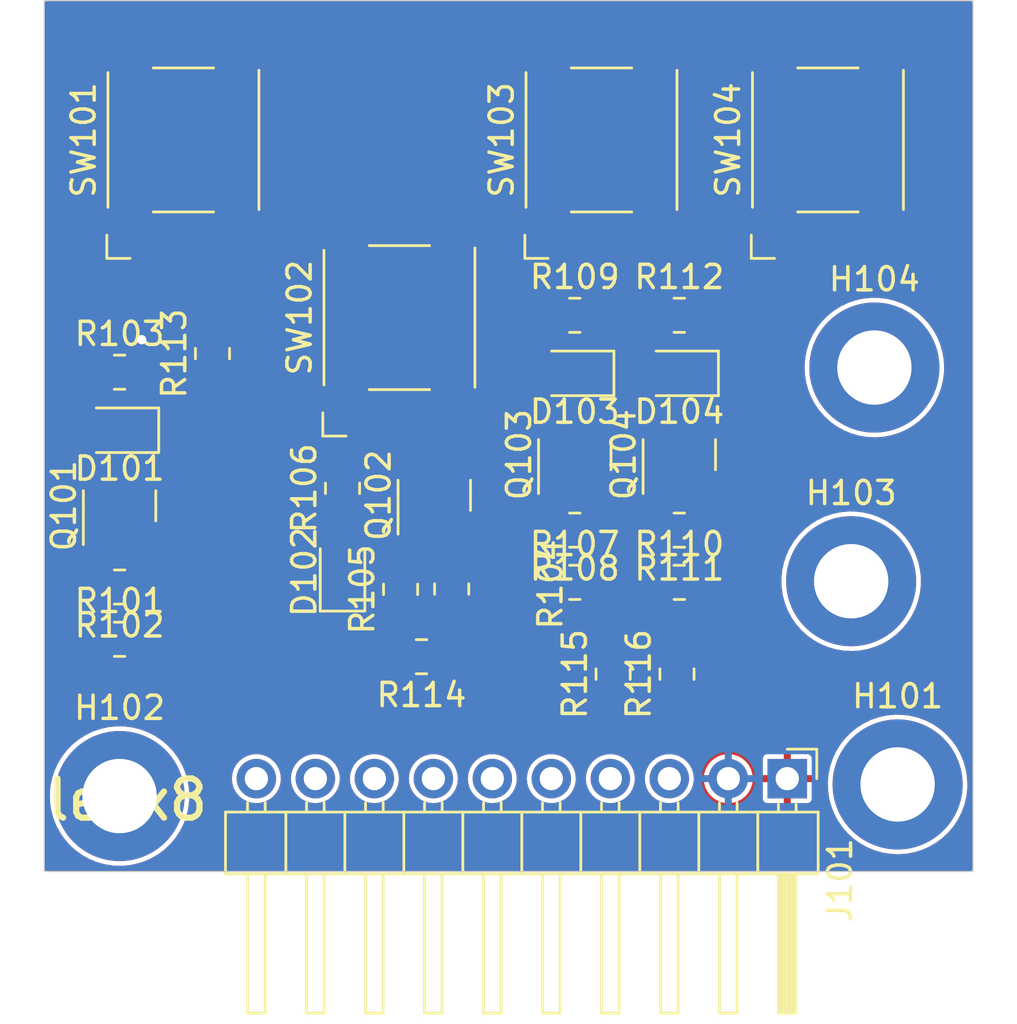
<source format=kicad_pcb>
(kicad_pcb (version 20211014) (generator pcbnew)
  (layers (0 "F.Cu" signal "Top") (31 "B.Cu" signal "Bottom") (34 "B.Paste" user) (35 "F.Paste" user) (36 "B.SilkS" user "B.Silkscreen") (37 "F.SilkS" user "F.Silkscreen") (38 "B.Mask" user) (39 "F.Mask" user) (44 "Edge.Cuts" user))
  (net 0 "")
  (net 1 "Net-(Q101-Pad1)")
  (net 2 "GND")
  (net 3 "Net-(D101-Pad1)")
  (net 4 "Net-(Q102-Pad1)")
  (net 5 "Net-(D102-Pad1)")
  (net 6 "/LED1")
  (net 7 "Net-(D101-Pad2)")
  (net 8 "+3V3")
  (net 9 "/LED2")
  (net 10 "Net-(D102-Pad2)")
  (net 11 "/SW1")
  (net 12 "/SW4")
  (net 13 "/SW3")
  (net 14 "/SW2")
  (net 15 "Net-(D103-Pad1)")
  (net 16 "Net-(D103-Pad2)")
  (net 17 "Net-(D104-Pad1)")
  (net 18 "Net-(D104-Pad2)")
  (net 19 "/LED4")
  (net 20 "/LED3")
  (net 21 "Net-(Q103-Pad1)")
  (net 22 "Net-(Q104-Pad1)")
  (footprint "Resistor_SMD:R_0805_2012Metric" (layer "F.Cu") (at 127.25 66.5 90)
    (property "Reference" "R106")
    (property "Value" "R")
    (fp_text reference "R116" (at 0 -1.65 90) (layer "F.SilkS"))
    (fp_text value "R")
    (fp_line (start -0.227064 -0.735) (end 0.227064 -0.735) (layer "F.SilkS") (width 0.12))
    (fp_line (start -0.227064 0.735) (end 0.227064 0.735) (layer "F.SilkS") (width 0.12))
    (pad "1" smd roundrect (at -0.9125 0 90) (size 1.025 1.4) (layers "F.Cu" "F.Paste" "F.Mask") (roundrect_rratio 0.243902) (net 12 "/SW4"))
    (pad "2" smd roundrect (at 0.9125 0 90) (size 1.025 1.4) (layers "F.Cu" "F.Paste" "F.Mask") (roundrect_rratio 0.243902) (net 8 "+3V3"))
  )
  (footprint "Resistor_SMD:R_0805_2012Metric" (layer "F.Cu") (at 127.35 60.3 180)
    (fp_text reference "R111" (at 0 -1.65) (layer "F.SilkS"))
    (fp_text value "R")
    (fp_line (start -0.227064 -0.735) (end 0.227064 -0.735) (layer "F.SilkS") (width 0.12))
    (fp_line (start -0.227064 0.735) (end 0.227064 0.735) (layer "F.SilkS") (width 0.12))
    (pad "1" smd roundrect (at -0.9125 0 180) (size 1.025 1.4) (layers "F.Cu" "F.Paste" "F.Mask") (roundrect_rratio 0.243902) (net 2 "GND"))
    (pad "2" smd roundrect (at 0.9125 0 180) (size 1.025 1.4) (layers "F.Cu" "F.Paste" "F.Mask") (roundrect_rratio 0.243902) (net 22 "Net-(Q104-Pad1)"))
  )
  (footprint "Resistor_SMD:R_0805_2012Metric" (layer "F.Cu") (at 103.25 65)
    (fp_text reference "R101" (at 0 -1.65) (layer "F.SilkS"))
    (fp_text value "R")
    (fp_line (start -0.227064 0.735) (end 0.227064 0.735) (layer "F.SilkS") (width 0.12))
    (fp_line (start -0.227064 -0.735) (end 0.227064 -0.735) (layer "F.SilkS") (width 0.12))
    (pad "1" smd roundrect (at -0.9125 0) (size 1.025 1.4) (layers "F.Cu" "F.Paste" "F.Mask") (roundrect_rratio 0.243902) (net 1 "Net-(Q101-Pad1)"))
    (pad "2" smd roundrect (at 0.9125 0) (size 1.025 1.4) (layers "F.Cu" "F.Paste" "F.Mask") (roundrect_rratio 0.243902) (net 6 "/LED1"))
  )
  (footprint "MountingHole:MountingHole_3.2mm_M3_DIN965_Pad" (layer "F.Cu") (at 136.75 71.25)
    (property "Reference" "H101")
    (property "Value" "MountingHole")
    (fp_text reference "H101" (at 0 -3.8) (layer "F.SilkS"))
    (fp_text value "MountingHole")
    (pad "1" thru_hole circle (at 0 0) (size 5.6 5.6) (drill 3.2) (layers *.Cu *.Mask))
  )
  (footprint "Package_TO_SOT_SMD:SOT-23" (layer "F.Cu") (at 127.35 57.05 90)
    (property "Reference" "Q102")
    (property "Value" "BC847")
    (fp_text reference "Q104" (at 0 -2.4 90) (layer "F.SilkS"))
    (fp_text value "BC847")
    (fp_line (start 0 1.56) (end 0.65 1.56) (layer "F.SilkS") (width 0.12))
    (fp_line (start 0 -1.56) (end -1.675 -1.56) (layer "F.SilkS") (width 0.12))
    (fp_line (start 0 1.56) (end -0.65 1.56) (layer "F.SilkS") (width 0.12))
    (fp_line (start 0 -1.56) (end 0.65 -1.56) (layer "F.SilkS") (width 0.12))
    (pad "1" smd roundrect (at -0.9375 -0.95 90) (size 1.475 0.6) (layers "F.Cu" "F.Paste" "F.Mask") (net 22 "Net-(Q104-Pad1)"))
    (pad "2" smd roundrect (at -0.9375 0.95 90) (size 1.475 0.6) (layers "F.Cu" "F.Paste" "F.Mask") (net 2 "GND"))
    (pad "3" smd roundrect (at 0.9375 0 90) (size 1.475 0.6) (layers "F.Cu" "F.Paste" "F.Mask") (net 17 "Net-(D104-Pad1)"))
  )
  (footprint "Package_TO_SOT_SMD:SOT-23" (layer "F.Cu") (at 116.8 58.8 90)
    (property "Reference" "Q102")
    (property "Value" "BC847")
    (fp_text reference "Q102" (at 0 -2.4 90) (layer "F.SilkS"))
    (fp_text value "BC847")
    (fp_line (start 0 -1.56) (end -1.675 -1.56) (layer "F.SilkS") (width 0.12))
    (fp_line (start 0 -1.56) (end 0.65 -1.56) (layer "F.SilkS") (width 0.12))
    (fp_line (start 0 1.56) (end 0.65 1.56) (layer "F.SilkS") (width 0.12))
    (fp_line (start 0 1.56) (end -0.65 1.56) (layer "F.SilkS") (width 0.12))
    (pad "1" smd roundrect (at -0.9375 -0.95 90) (size 1.475 0.6) (layers "F.Cu" "F.Paste" "F.Mask") (net 4 "Net-(Q102-Pad1)"))
    (pad "2" smd roundrect (at -0.9375 0.95 90) (size 1.475 0.6) (layers "F.Cu" "F.Paste" "F.Mask") (net 2 "GND"))
    (pad "3" smd roundrect (at 0.9375 0 90) (size 1.475 0.6) (layers "F.Cu" "F.Paste" "F.Mask") (net 5 "Net-(D102-Pad1)"))
  )
  (footprint "MountingHole:MountingHole_3.2mm_M3_DIN965_Pad" (layer "F.Cu") (at 135.75 53.3)
    (fp_text reference "H104" (at 0 -3.8) (layer "F.SilkS"))
    (fp_text value "MountingHole")
    (pad "1" thru_hole circle (at 0 0) (size 5.6 5.6) (drill 3.2) (layers *.Cu *.Mask))
  )
  (footprint "Connector_PinHeader_2.54mm:PinHeader_1x10_P2.54mm_Horizontal" (layer "F.Cu") (at 132 71 -90)
    (fp_text reference "J101" (at 4.385 -2.27 90) (layer "F.SilkS"))
    (fp_text value "Conn_01x10")
    (fp_line (start 1.042929 23.24) (end 1.44 23.24) (layer "F.SilkS") (width 0.12))
    (fp_line (start 10.1 20.7) (end 4.1 20.7) (layer "F.SilkS") (width 0.12))
    (fp_line (start 1.44 8.89) (end 4.1 8.89) (layer "F.SilkS") (width 0.12))
    (fp_line (start 4.1 14.86) (end 10.1 14.86) (layer "F.SilkS") (width 0.12))
    (fp_line (start 1.042929 7.24) (end 1.44 7.24) (layer "F.SilkS") (width 0.12))
    (fp_line (start 10.1 0.38) (end 4.1 0.38) (layer "F.SilkS") (width 0.12))
    (fp_line (start 1.44 11.43) (end 4.1 11.43) (layer "F.SilkS") (width 0.12))
    (fp_line (start 10.1 15.62) (end 4.1 15.62) (layer "F.SilkS") (width 0.12))
    (fp_line (start 10.1 2.16) (end 10.1 2.92) (layer "F.SilkS") (width 0.12))
    (fp_line (start 10.1 4.7) (end 10.1 5.46) (layer "F.SilkS") (width 0.12))
    (fp_line (start -1.27 -1.27) (end 0 -1.27) (layer "F.SilkS") (width 0.12))
    (fp_line (start 10.1 22.48) (end 10.1 23.24) (layer "F.SilkS") (width 0.12))
    (fp_line (start 1.44 6.35) (end 4.1 6.35) (layer "F.SilkS") (width 0.12))
    (fp_line (start 1.44 13.97) (end 4.1 13.97) (layer "F.SilkS") (width 0.12))
    (fp_line (start 10.1 7.24) (end 10.1 8) (layer "F.SilkS") (width 0.12))
    (fp_line (start 1.042929 20.7) (end 1.44 20.7) (layer "F.SilkS") (width 0.12))
    (fp_line (start 4.1 0.16) (end 10.1 0.16) (layer "F.SilkS") (width 0.12))
    (fp_line (start 1.042929 2.92) (end 1.44 2.92) (layer "F.SilkS") (width 0.12))
    (fp_line (start 1.042929 19.94) (end 1.44 19.94) (layer "F.SilkS") (width 0.12))
    (fp_line (start 1.042929 8) (end 1.44 8) (layer "F.SilkS") (width 0.12))
    (fp_line (start 1.44 19.05) (end 4.1 19.05) (layer "F.SilkS") (width 0.12))
    (fp_line (start 1.11 -0.38) (end 1.44 -0.38) (layer "F.SilkS") (width 0.12))
    (fp_line (start 1.042929 14.86) (end 1.44 14.86) (layer "F.SilkS") (width 0.12))
    (fp_line (start 4.1 24.19) (end 4.1 -1.33) (layer "F.SilkS") (width 0.12))
    (fp_line (start 10.1 13.08) (end 4.1 13.08) (layer "F.SilkS") (width 0.12))
    (fp_line (start 4.1 2.16) (end 10.1 2.16) (layer "F.SilkS") (width 0.12))
    (fp_line (start 1.44 21.59) (end 4.1 21.59) (layer "F.SilkS") (width 0.12))
    (fp_line (start 4.1 -0.08) (end 10.1 -0.08) (layer "F.SilkS") (width 0.12))
    (fp_line (start 4.1 0.28) (end 10.1 0.28) (layer "F.SilkS") (width 0.12))
    (fp_line (start 4.1 -1.33) (end 1.44 -1.33) (layer "F.SilkS") (width 0.12))
    (fp_line (start 10.1 9.78) (end 10.1 10.54) (layer "F.SilkS") (width 0.12))
    (fp_line (start 10.1 14.86) (end 10.1 15.62) (layer "F.SilkS") (width 0.12))
    (fp_line (start 10.1 8) (end 4.1 8) (layer "F.SilkS") (width 0.12))
    (fp_line (start 1.042929 4.7) (end 1.44 4.7) (layer "F.SilkS") (width 0.12))
    (fp_line (start 1.042929 9.78) (end 1.44 9.78) (layer "F.SilkS") (width 0.12))
    (fp_line (start 4.1 22.48) (end 10.1 22.48) (layer "F.SilkS") (width 0.12))
    (fp_line (start 10.1 23.24) (end 4.1 23.24) (layer "F.SilkS") (width 0.12))
    (fp_line (start 1.042929 18.16) (end 1.44 18.16) (layer "F.SilkS") (width 0.12))
    (fp_line (start 4.1 -0.38) (end 10.1 -0.38) (layer "F.SilkS") (width 0.12))
    (fp_line (start 1.042929 22.48) (end 1.44 22.48) (layer "F.SilkS") (width 0.12))
    (fp_line (start 10.1 2.92) (end 4.1 2.92) (layer "F.SilkS") (width 0.12))
    (fp_line (start 1.042929 5.46) (end 1.44 5.46) (layer "F.SilkS") (width 0.12))
    (fp_line (start 4.1 -0.32) (end 10.1 -0.32) (layer "F.SilkS") (width 0.12))
    (fp_line (start 1.44 16.51) (end 4.1 16.51) (layer "F.SilkS") (width 0.12))
    (fp_line (start 1.042929 12.32) (end 1.44 12.32) (layer "F.SilkS") (width 0.12))
    (fp_line (start 1.042929 17.4) (end 1.44 17.4) (layer "F.SilkS") (width 0.12))
    (fp_line (start 10.1 17.4) (end 10.1 18.16) (layer "F.SilkS") (width 0.12))
    (fp_line (start 4.1 12.32) (end 10.1 12.32) (layer "F.SilkS") (width 0.12))
    (fp_line (start 1.042929 10.54) (end 1.44 10.54) (layer "F.SilkS") (width 0.12))
    (fp_line (start 1.042929 2.16) (end 1.44 2.16) (layer "F.SilkS") (width 0.12))
    (fp_line (start 10.1 19.94) (end 10.1 20.7) (layer "F.SilkS") (width 0.12))
    (fp_line (start 10.1 5.46) (end 4.1 5.46) (layer "F.SilkS") (width 0.12))
    (fp_line (start 1.44 24.19) (end 4.1 24.19) (layer "F.SilkS") (width 0.12))
    (fp_line (start -1.27 0) (end -1.27 -1.27) (layer "F.SilkS") (width 0.12))
    (fp_line (start 4.1 4.7) (end 10.1 4.7) (layer "F.SilkS") (width 0.12))
    (fp_line (start 4.1 -0.2) (end 10.1 -0.2) (layer "F.SilkS") (width 0.12))
    (fp_line (start 1.44 1.27) (end 4.1 1.27) (layer "F.SilkS") (width 0.12))
    (fp_line (start 4.1 17.4) (end 10.1 17.4) (layer "F.SilkS") (width 0.12))
    (fp_line (start 4.1 7.24) (end 10.1 7.24) (layer "F.SilkS") (width 0.12))
    (fp_line (start 1.11 0.38) (end 1.44 0.38) (layer "F.SilkS") (width 0.12))
    (fp_line (start 4.1 19.94) (end 10.1 19.94) (layer "F.SilkS") (width 0.12))
    (fp_line (start 4.1 9.78) (end 10.1 9.78) (layer "F.SilkS") (width 0.12))
    (fp_line (start 10.1 12.32) (end 10.1 13.08) (layer "F.SilkS") (width 0.12))
    (fp_line (start 10.1 18.16) (end 4.1 18.16) (layer "F.SilkS") (width 0.12))
    (fp_line (start 1.042929 13.08) (end 1.44 13.08) (layer "F.SilkS") (width 0.12))
    (fp_line (start 10.1 -0.38) (end 10.1 0.38) (layer "F.SilkS") (width 0.12))
    (fp_line (start 4.1 0.04) (end 10.1 0.04) (layer "F.SilkS") (width 0.12))
    (fp_line (start 10.1 10.54) (end 4.1 10.54) (layer "F.SilkS") (width 0.12))
    (fp_line (start 1.042929 15.62) (end 1.44 15.62) (layer "F.SilkS") (width 0.12))
    (fp_line (start 1.44 -1.33) (end 1.44 24.19) (layer "F.SilkS") (width 0.12))
    (fp_line (start 1.44 3.81) (end 4.1 3.81) (layer "F.SilkS") (width 0.12))
    (pad "1" thru_hole rect (at 0 0 270) (size 1.7 1.7) (drill 1) (layers *.Cu *.Mask) (net 2 "GND"))
    (pad "2" thru_hole oval (at 0 2.54 270) (size 1.7 1.7) (drill 1) (layers *.Cu *.Mask) (net 8 "+3V3"))
    (pad "3" thru_hole oval (at 0 5.08 270) (size 1.7 1.7) (drill 1) (layers *.Cu *.Mask) (net 12 "/SW4"))
    (pad "4" thru_hole oval (at 0 7.62 270) (size 1.7 1.7) (drill 1) (layers *.Cu *.Mask) (net 13 "/SW3"))
    (pad "5" thru_hole oval (at 0 10.16 270) (size 1.7 1.7) (drill 1) (layers *.Cu *.Mask) (net 14 "/SW2"))
    (pad "6" thru_hole oval (at 0 12.7 270) (size 1.7 1.7) (drill 1) (layers *.Cu *.Mask) (net 11 "/SW1"))
    (pad "7" thru_hole oval (at 0 15.24 270) (size 1.7 1.7) (drill 1) (layers *.Cu *.Mask) (net 19 "/LED4"))
    (pad "8" thru_hole oval (at 0 17.78 270) (size 1.7 1.7) (drill 1) (layers *.Cu *.Mask) (net 20 "/LED3"))
    (pad "9" thru_hole oval (at 0 20.32 270) (size 1.7 1.7) (drill 1) (layers *.Cu *.Mask) (net 9 "/LED2"))
    (pad "10" thru_hole oval (at 0 22.86 270) (size 1.7 1.7) (drill 1) (layers *.Cu *.Mask) (net 6 "/LED1"))
  )
  (footprint "Diode_SMD:D_0805_2012Metric" (layer "F.Cu") (at 127.35 53.55 180)
    (property "Reference" "D102")
    (property "Value" "LED")
    (fp_text reference "D104" (at 0 -1.65) (layer "F.SilkS"))
    (fp_text value "LED")
    (fp_line (start 1 -0.96) (end -1.685 -0.96) (layer "F.SilkS") (width 0.12))
    (fp_line (start -1.685 -0.96) (end -1.685 0.96) (layer "F.SilkS") (width 0.12))
    (fp_line (start -1.685 0.96) (end 1 0.96) (layer "F.SilkS") (width 0.12))
    (pad "1" smd roundrect (at -0.9375 0 180) (size 0.975 1.4) (layers "F.Cu" "F.Paste" "F.Mask") (net 17 "Net-(D104-Pad1)"))
    (pad "2" smd roundrect (at 0.9375 0 180) (size 0.975 1.4) (layers "F.Cu" "F.Paste" "F.Mask") (net 18 "Net-(D104-Pad2)"))
  )
  (footprint "Package_TO_SOT_SMD:SOT-23" (layer "F.Cu") (at 122.85 57.05 90)
    (property "Reference" "Q?")
    (property "Value" "BC847")
    (fp_text reference "Q103" (at 0 -2.4 90) (layer "F.SilkS"))
    (fp_text value "BC847")
    (fp_line (start 0 1.56) (end 0.65 1.56) (layer "F.SilkS") (width 0.12))
    (fp_line (start 0 -1.56) (end -1.675 -1.56) (layer "F.SilkS") (width 0.12))
    (fp_line (start 0 1.56) (end -0.65 1.56) (layer "F.SilkS") (width 0.12))
    (fp_line (start 0 -1.56) (end 0.65 -1.56) (layer "F.SilkS") (width 0.12))
    (pad "1" smd roundrect (at -0.9375 -0.95 90) (size 1.475 0.6) (layers "F.Cu" "F.Paste" "F.Mask") (net 21 "Net-(Q103-Pad1)"))
    (pad "2" smd roundrect (at -0.9375 0.95 90) (size 1.475 0.6) (layers "F.Cu" "F.Paste" "F.Mask") (net 2 "GND"))
    (pad "3" smd roundrect (at 0.9375 0 90) (size 1.475 0.6) (layers "F.Cu" "F.Paste" "F.Mask") (net 15 "Net-(D103-Pad1)"))
  )
  (footprint "Package_TO_SOT_SMD:SOT-23" (layer "F.Cu") (at 103.25 59.25 90)
    (property "Reference" "Q?")
    (property "Value" "BC847")
    (fp_text reference "Q101" (at 0 -2.4 90) (layer "F.SilkS"))
    (fp_text value "BC847")
    (fp_line (start 0 1.56) (end -0.65 1.56) (layer "F.SilkS") (width 0.12))
    (fp_line (start 0 -1.56) (end 0.65 -1.56) (layer "F.SilkS") (width 0.12))
    (fp_line (start 0 -1.56) (end -1.675 -1.56) (layer "F.SilkS") (width 0.12))
    (fp_line (start 0 1.56) (end 0.65 1.56) (layer "F.SilkS") (width 0.12))
    (pad "1" smd roundrect (at -0.9375 -0.95 90) (size 1.475 0.6) (layers "F.Cu" "F.Paste" "F.Mask") (net 1 "Net-(Q101-Pad1)"))
    (pad "2" smd roundrect (at -0.9375 0.95 90) (size 1.475 0.6) (layers "F.Cu" "F.Paste" "F.Mask") (net 2 "GND"))
    (pad "3" smd roundrect (at 0.9375 0 90) (size 1.475 0.6) (layers "F.Cu" "F.Paste" "F.Mask") (net 3 "Net-(D101-Pad1)"))
  )
  (footprint "Resistor_SMD:R_0805_2012Metric" (layer "F.Cu") (at 124.5 66.5 90)
    (property "Reference" "R106")
    (property "Value" "R")
    (fp_text reference "R115" (at 0 -1.65 90) (layer "F.SilkS"))
    (fp_text value "R")
    (fp_line (start -0.227064 0.735) (end 0.227064 0.735) (layer "F.SilkS") (width 0.12))
    (fp_line (start -0.227064 -0.735) (end 0.227064 -0.735) (layer "F.SilkS") (width 0.12))
    (pad "1" smd roundrect (at -0.9125 0 90) (size 1.025 1.4) (layers "F.Cu" "F.Paste" "F.Mask") (roundrect_rratio 0.243902) (net 13 "/SW3"))
    (pad "2" smd roundrect (at 0.9125 0 90) (size 1.025 1.4) (layers "F.Cu" "F.Paste" "F.Mask") (roundrect_rratio 0.243902) (net 8 "+3V3"))
  )
  (footprint "Resistor_SMD:R_0805_2012Metric" (layer "F.Cu") (at 103.25 53.5)
    (property "Reference" "R?")
    (property "Value" "R")
    (fp_text reference "R103" (at 0 -1.65) (layer "F.SilkS"))
    (fp_text value "R")
    (fp_line (start -0.227064 -0.735) (end 0.227064 -0.735) (layer "F.SilkS") (width 0.12))
    (fp_line (start -0.227064 0.735) (end 0.227064 0.735) (layer "F.SilkS") (width 0.12))
    (pad "1" smd roundrect (at -0.9125 0) (size 1.025 1.4) (layers "F.Cu" "F.Paste" "F.Mask") (roundrect_rratio 0.243902) (net 7 "Net-(D101-Pad2)"))
    (pad "2" smd roundrect (at 0.9125 0) (size 1.025 1.4) (layers "F.Cu" "F.Paste" "F.Mask") (roundrect_rratio 0.243902) (net 8 "+3V3"))
  )
  (footprint "Resistor_SMD:R_0805_2012Metric" (layer "F.Cu") (at 127.35 62.55)
    (fp_text reference "R110" (at 0 -1.65) (layer "F.SilkS"))
    (fp_text value "R")
    (fp_line (start -0.227064 0.735) (end 0.227064 0.735) (layer "F.SilkS") (width 0.12))
    (fp_line (start -0.227064 -0.735) (end 0.227064 -0.735) (layer "F.SilkS") (width 0.12))
    (pad "1" smd roundrect (at -0.9125 0) (size 1.025 1.4) (layers "F.Cu" "F.Paste" "F.Mask") (roundrect_rratio 0.243902) (net 22 "Net-(Q104-Pad1)"))
    (pad "2" smd roundrect (at 0.9125 0) (size 1.025 1.4) (layers "F.Cu" "F.Paste" "F.Mask") (roundrect_rratio 0.243902) (net 19 "/LED4"))
  )
  (footprint "Resistor_SMD:R_0805_2012Metric" (layer "F.Cu") (at 103.25 62.75 180)
    (fp_text reference "R102" (at 0 -1.65) (layer "F.SilkS"))
    (fp_text value "R")
    (fp_line (start -0.227064 0.735) (end 0.227064 0.735) (layer "F.SilkS") (width 0.12))
    (fp_line (start -0.227064 -0.735) (end 0.227064 -0.735) (layer "F.SilkS") (width 0.12))
    (pad "1" smd roundrect (at -0.9125 0 180) (size 1.025 1.4) (layers "F.Cu" "F.Paste" "F.Mask") (roundrect_rratio 0.243902) (net 2 "GND"))
    (pad "2" smd roundrect (at 0.9125 0 180) (size 1.025 1.4) (layers "F.Cu" "F.Paste" "F.Mask") (roundrect_rratio 0.243902) (net 1 "Net-(Q101-Pad1)"))
  )
  (footprint "MountingHole:MountingHole_3.2mm_M3_DIN965_Pad" (layer "F.Cu") (at 103.25 71.75)
    (fp_text reference "H102" (at 0 -3.8) (layer "F.SilkS"))
    (fp_text value "MountingHole")
    (pad "1" thru_hole circle (at 0 0) (size 5.6 5.6) (drill 3.2) (layers *.Cu *.Mask))
  )
  (footprint "Resistor_SMD:R_0805_2012Metric" (layer "F.Cu") (at 127.35 51.05)
    (property "Reference" "R106")
    (property "Value" "R")
    (fp_text reference "R112" (at 0 -1.65) (layer "F.SilkS"))
    (fp_text value "R")
    (fp_line (start -0.227064 0.735) (end 0.227064 0.735) (layer "F.SilkS") (width 0.12))
    (fp_line (start -0.227064 -0.735) (end 0.227064 -0.735) (layer "F.SilkS") (width 0.12))
    (pad "1" smd roundrect (at -0.9125 0) (size 1.025 1.4) (layers "F.Cu" "F.Paste" "F.Mask") (roundrect_rratio 0.243902) (net 18 "Net-(D104-Pad2)"))
    (pad "2" smd roundrect (at 0.9125 0) (size 1.025 1.4) (layers "F.Cu" "F.Paste" "F.Mask") (roundrect_rratio 0.243902) (net 8 "+3V3"))
  )
  (footprint "Button_Switch_SMD:SW_SPST_Omron_B3FS-100xP" (layer "F.Cu") (at 124 43.5 90)
    (fp_text reference "SW103" (at 0 -4.3 90) (layer "F.SilkS"))
    (fp_text value "SW_MEC_5E")
    (fp_line (start -5.1 -2.3) (end -5.1 -3.3) (layer "F.SilkS") (width 0.12))
    (fp_line (start -5.1 -3.3) (end -4.1 -3.3) (layer "F.SilkS") (width 0.12))
    (fp_line (start -3.1 -1.3) (end -3.1 1.3) (layer "F.SilkS") (width 0.12))
    (fp_line (start 3.1 -1.3) (end 3.1 1.3) (layer "F.SilkS") (width 0.12))
    (fp_line (start 2.9 -3.25) (end -2.9 -3.25) (layer "F.SilkS") (width 0.12))
    (fp_line (start 3 3.25) (end -3 3.25) (layer "F.SilkS") (width 0.12))
    (pad "1" smd rect (at -4 -2.25 270) (size 1.6 1.4) (layers "F.Cu" "F.Paste" "F.Mask") (net 13 "/SW3"))
    (pad "2" smd rect (at 4 -2.25 270) (size 1.6 1.4) (layers "F.Cu" "F.Paste" "F.Mask") (net 13 "/SW3"))
    (pad "3" smd rect (at -4 2.25 270) (size 1.6 1.4) (layers "F.Cu" "F.Paste" "F.Mask") (net 2 "GND"))
    (pad "4" smd rect (at 4 2.25 270) (size 1.6 1.4) (layers "F.Cu" "F.Paste" "F.Mask") (net 2 "GND"))
  )
  (footprint "Resistor_SMD:R_0805_2012Metric" (layer "F.Cu") (at 115.35 62.85 90)
    (fp_text reference "R105" (at 0 -1.65 90) (layer "F.SilkS"))
    (fp_text value "R")
    (fp_line (start -0.227064 0.735) (end 0.227064 0.735) (layer "F.SilkS") (width 0.12))
    (fp_line (start -0.227064 -0.735) (end 0.227064 -0.735) (layer "F.SilkS") (width 0.12))
    (pad "1" smd roundrect (at -0.9125 0 90) (size 1.025 1.4) (layers "F.Cu" "F.Paste" "F.Mask") (roundrect_rratio 0.243902) (net 2 "GND"))
    (pad "2" smd roundrect (at 0.9125 0 90) (size 1.025 1.4) (layers "F.Cu" "F.Paste" "F.Mask") (roundrect_rratio 0.243902) (net 4 "Net-(Q102-Pad1)"))
  )
  (footprint "Resistor_SMD:R_0805_2012Metric" (layer "F.Cu") (at 117.55 62.8375 -90)
    (fp_text reference "R104" (at -0.2 -4.25 90) (layer "F.SilkS"))
    (fp_text value "R")
    (fp_line (start -0.227064 -0.735) (end 0.227064 -0.735) (layer "F.SilkS") (width 0.12))
    (fp_line (start -0.227064 0.735) (end 0.227064 0.735) (layer "F.SilkS") (width 0.12))
    (pad "1" smd roundrect (at -0.9125 0 270) (size 1.025 1.4) (layers "F.Cu" "F.Paste" "F.Mask") (roundrect_rratio 0.243902) (net 4 "Net-(Q102-Pad1)"))
    (pad "2" smd roundrect (at 0.9125 0 270) (size 1.025 1.4) (layers "F.Cu" "F.Paste" "F.Mask") (roundrect_rratio 0.243902) (net 9 "/LED2"))
  )
  (footprint "Resistor_SMD:R_0805_2012Metric" (layer "F.Cu") (at 122.85 60.3 180)
    (fp_text reference "R108" (at 0 -1.65) (layer "F.SilkS"))
    (fp_text value "R")
    (fp_line (start -0.227064 -0.735) (end 0.227064 -0.735) (layer "F.SilkS") (width 0.12))
    (fp_line (start -0.227064 0.735) (end 0.227064 0.735) (layer "F.SilkS") (width 0.12))
    (pad "1" smd roundrect (at -0.9125 0 180) (size 1.025 1.4) (layers "F.Cu" "F.Paste" "F.Mask") (roundrect_rratio 0.243902) (net 2 "GND"))
    (pad "2" smd roundrect (at 0.9125 0 180) (size 1.025 1.4) (layers "F.Cu" "F.Paste" "F.Mask") (roundrect_rratio 0.243902) (net 21 "Net-(Q103-Pad1)"))
  )
  (footprint "Button_Switch_SMD:SW_SPST_Omron_B3FS-100xP" (layer "F.Cu") (at 106 43.5 90)
    (fp_text reference "SW101" (at 0 -4.3 90) (layer "F.SilkS"))
    (fp_text value "SW_MEC_5E")
    (fp_line (start 3 3.25) (end -3 3.25) (layer "F.SilkS") (width 0.12))
    (fp_line (start 3.1 -1.3) (end 3.1 1.3) (layer "F.SilkS") (width 0.12))
    (fp_line (start -5.1 -3.3) (end -4.1 -3.3) (layer "F.SilkS") (width 0.12))
    (fp_line (start 2.9 -3.25) (end -2.9 -3.25) (layer "F.SilkS") (width 0.12))
    (fp_line (start -3.1 -1.3) (end -3.1 1.3) (layer "F.SilkS") (width 0.12))
    (fp_line (start -5.1 -2.3) (end -5.1 -3.3) (layer "F.SilkS") (width 0.12))
    (pad "1" smd rect (at -4 -2.25 270) (size 1.6 1.4) (layers "F.Cu" "F.Paste" "F.Mask") (net 11 "/SW1"))
    (pad "2" smd rect (at 4 -2.25 270) (size 1.6 1.4) (layers "F.Cu" "F.Paste" "F.Mask") (net 11 "/SW1"))
    (pad "3" smd rect (at -4 2.25 270) (size 1.6 1.4) (layers "F.Cu" "F.Paste" "F.Mask") (net 2 "GND"))
    (pad "4" smd rect (at 4 2.25 270) (size 1.6 1.4) (layers "F.Cu" "F.Paste" "F.Mask") (net 2 "GND"))
  )
  (footprint "Resistor_SMD:R_0805_2012Metric" (layer "F.Cu") (at 122.85 62.55)
    (fp_text reference "R107" (at 0 -1.65) (layer "F.SilkS"))
    (fp_text value "R")
    (fp_line (start -0.227064 0.735) (end 0.227064 0.735) (layer "F.SilkS") (width 0.12))
    (fp_line (start -0.227064 -0.735) (end 0.227064 -0.735) (layer "F.SilkS") (width 0.12))
    (pad "1" smd roundrect (at -0.9125 0) (size 1.025 1.4) (layers "F.Cu" "F.Paste" "F.Mask") (roundrect_rratio 0.243902) (net 21 "Net-(Q103-Pad1)"))
    (pad "2" smd roundrect (at 0.9125 0) (size 1.025 1.4) (layers "F.Cu" "F.Paste" "F.Mask") (roundrect_rratio 0.243902) (net 20 "/LED3"))
  )
  (footprint "Diode_SMD:D_0805_2012Metric" (layer "F.Cu") (at 103.25 56 180)
    (property "Reference" "D?")
    (property "Value" "LED")
    (fp_text reference "D101" (at 0 -1.65) (layer "F.SilkS"))
    (fp_text value "LED")
    (fp_line (start -1.685 -0.96) (end -1.685 0.96) (layer "F.SilkS") (width 0.12))
    (fp_line (start -1.685 0.96) (end 1 0.96) (layer "F.SilkS") (width 0.12))
    (fp_line (start 1 -0.96) (end -1.685 -0.96) (layer "F.SilkS") (width 0.12))
    (pad "1" smd roundrect (at -0.9375 0 180) (size 0.975 1.4) (layers "F.Cu" "F.Paste" "F.Mask") (net 3 "Net-(D101-Pad1)"))
    (pad "2" smd roundrect (at 0.9375 0 180) (size 0.975 1.4) (layers "F.Cu" "F.Paste" "F.Mask") (net 7 "Net-(D101-Pad2)"))
  )
  (footprint "Resistor_SMD:R_0805_2012Metric" (layer "F.Cu") (at 122.85 51.05)
    (property "Reference" "R?")
    (property "Value" "R")
    (fp_text reference "R109" (at 0 -1.65) (layer "F.SilkS"))
    (fp_text value "R")
    (fp_line (start -0.227064 -0.735) (end 0.227064 -0.735) (layer "F.SilkS") (width 0.12))
    (fp_line (start -0.227064 0.735) (end 0.227064 0.735) (layer "F.SilkS") (width 0.12))
    (pad "1" smd roundrect (at -0.9125 0) (size 1.025 1.4) (layers "F.Cu" "F.Paste" "F.Mask") (roundrect_rratio 0.243902) (net 16 "Net-(D103-Pad2)"))
    (pad "2" smd roundrect (at 0.9125 0) (size 1.025 1.4) (layers "F.Cu" "F.Paste" "F.Mask") (roundrect_rratio 0.243902) (net 8 "+3V3"))
  )
  (footprint "Resistor_SMD:R_0805_2012Metric" (layer "F.Cu") (at 107.25 52.7 90)
    (property "Reference" "R106")
    (property "Value" "R")
    (fp_text reference "R113" (at 0 -1.65 90) (layer "F.SilkS"))
    (fp_text value "R")
    (fp_line (start -0.227064 0.735) (end 0.227064 0.735) (layer "F.SilkS") (width 0.12))
    (fp_line (start -0.227064 -0.735) (end 0.227064 -0.735) (layer "F.SilkS") (width 0.12))
    (pad "1" smd roundrect (at -0.9125 0 90) (size 1.025 1.4) (layers "F.Cu" "F.Paste" "F.Mask") (roundrect_rratio 0.243902) (net 11 "/SW1"))
    (pad "2" smd roundrect (at 0.9125 0 90) (size 1.025 1.4) (layers "F.Cu" "F.Paste" "F.Mask") (roundrect_rratio 0.243902) (net 8 "+3V3"))
  )
  (footprint "Resistor_SMD:R_0805_2012Metric" (layer "F.Cu") (at 116.25 65.75 180)
    (property "Reference" "R106")
    (property "Value" "R")
    (fp_text reference "R114" (at 0 -1.65) (layer "F.SilkS"))
    (fp_text value "R")
    (fp_line (start -0.227064 0.735) (end 0.227064 0.735) (layer "F.SilkS") (width 0.12))
    (fp_line (start -0.227064 -0.735) (end 0.227064 -0.735) (layer "F.SilkS") (width 0.12))
    (pad "1" smd roundrect (at -0.9125 0 180) (size 1.025 1.4) (layers "F.Cu" "F.Paste" "F.Mask") (roundrect_rratio 0.243902) (net 14 "/SW2"))
    (pad "2" smd roundrect (at 0.9125 0 180) (size 1.025 1.4) (layers "F.Cu" "F.Paste" "F.Mask") (roundrect_rratio 0.243902) (net 8 "+3V3"))
  )
  (footprint "Resistor_SMD:R_0805_2012Metric" (layer "F.Cu") (at 112.85 58.5 90)
    (property "Reference" "R106")
    (property "Value" "R")
    (fp_text reference "R106" (at 0 -1.65 90) (layer "F.SilkS"))
    (fp_text value "R")
    (fp_line (start -0.227064 -0.735) (end 0.227064 -0.735) (layer "F.SilkS") (width 0.12))
    (fp_line (start -0.227064 0.735) (end 0.227064 0.735) (layer "F.SilkS") (width 0.12))
    (pad "1" smd roundrect (at -0.9125 0 90) (size 1.025 1.4) (layers "F.Cu" "F.Paste" "F.Mask") (roundrect_rratio 0.243902) (net 10 "Net-(D102-Pad2)"))
    (pad "2" smd roundrect (at 0.9125 0 90) (size 1.025 1.4) (layers "F.Cu" "F.Paste" "F.Mask") (roundrect_rratio 0.243902) (net 8 "+3V3"))
  )
  (footprint "Button_Switch_SMD:SW_SPST_Omron_B3FS-100xP" (layer "F.Cu") (at 133.75 43.5 90)
    (fp_text reference "SW104" (at 0 -4.3 90) (layer "F.SilkS"))
    (fp_text value "SW_MEC_5E")
    (fp_line (start 3 3.25) (end -3 3.25) (layer "F.SilkS") (width 0.12))
    (fp_line (start 2.9 -3.25) (end -2.9 -3.25) (layer "F.SilkS") (width 0.12))
    (fp_line (start -5.1 -2.3) (end -5.1 -3.3) (layer "F.SilkS") (width 0.12))
    (fp_line (start 3.1 -1.3) (end 3.1 1.3) (layer "F.SilkS") (width 0.12))
    (fp_line (start -5.1 -3.3) (end -4.1 -3.3) (layer "F.SilkS") (width 0.12))
    (fp_line (start -3.1 -1.3) (end -3.1 1.3) (layer "F.SilkS") (width 0.12))
    (pad "1" smd rect (at -4 -2.25 270) (size 1.6 1.4) (layers "F.Cu" "F.Paste" "F.Mask") (net 12 "/SW4"))
    (pad "2" smd rect (at 4 -2.25 270) (size 1.6 1.4) (layers "F.Cu" "F.Paste" "F.Mask") (net 12 "/SW4"))
    (pad "3" smd rect (at -4 2.25 270) (size 1.6 1.4) (layers "F.Cu" "F.Paste" "F.Mask") (net 2 "GND"))
    (pad "4" smd rect (at 4 2.25 270) (size 1.6 1.4) (layers "F.Cu" "F.Paste" "F.Mask") (net 2 "GND"))
  )
  (footprint "Button_Switch_SMD:SW_SPST_Omron_B3FS-100xP" (layer "F.Cu") (at 115.3 51.15 90)
    (fp_text reference "SW102" (at 0 -4.3 90) (layer "F.SilkS"))
    (fp_text value "SW_MEC_5E")
    (fp_line (start -3.1 -1.3) (end -3.1 1.3) (layer "F.SilkS") (width 0.12))
    (fp_line (start -5.1 -2.3) (end -5.1 -3.3) (layer "F.SilkS") (width 0.12))
    (fp_line (start 3.1 -1.3) (end 3.1 1.3) (layer "F.SilkS") (width 0.12))
    (fp_line (start -5.1 -3.3) (end -4.1 -3.3) (layer "F.SilkS") (width 0.12))
    (fp_line (start 2.9 -3.25) (end -2.9 -3.25) (layer "F.SilkS") (width 0.12))
    (fp_line (start 3 3.25) (end -3 3.25) (layer "F.SilkS") (width 0.12))
    (pad "1" smd rect (at -4 -2.25 270) (size 1.6 1.4) (layers "F.Cu" "F.Paste" "F.Mask") (net 14 "/SW2"))
    (pad "2" smd rect (at 4 -2.25 270) (size 1.6 1.4) (layers "F.Cu" "F.Paste" "F.Mask") (net 14 "/SW2"))
    (pad "3" smd rect (at -4 2.25 270) (size 1.6 1.4) (layers "F.Cu" "F.Paste" "F.Mask") (net 2 "GND"))
    (pad "4" smd rect (at 4 2.25 270) (size 1.6 1.4) (layers "F.Cu" "F.Paste" "F.Mask") (net 2 "GND"))
  )
  (footprint "Diode_SMD:D_0805_2012Metric" (layer "F.Cu") (at 112.85 62.1 90)
    (property "Reference" "D102")
    (property "Value" "LED")
    (fp_text reference "D102" (at 0 -1.65 90) (layer "F.SilkS"))
    (fp_text value "LED")
    (fp_line (start 1 -0.96) (end -1.685 -0.96) (layer "F.SilkS") (width 0.12))
    (fp_line (start -1.685 -0.96) (end -1.685 0.96) (layer "F.SilkS") (width 0.12))
    (fp_line (start -1.685 0.96) (end 1 0.96) (layer "F.SilkS") (width 0.12))
    (pad "1" smd roundrect (at -0.9375 0 90) (size 0.975 1.4) (layers "F.Cu" "F.Paste" "F.Mask") (net 5 "Net-(D102-Pad1)"))
    (pad "2" smd roundrect (at 0.9375 0 90) (size 0.975 1.4) (layers "F.Cu" "F.Paste" "F.Mask") (net 10 "Net-(D102-Pad2)"))
  )
  (footprint "MountingHole:MountingHole_3.2mm_M3_DIN965_Pad" (layer "F.Cu") (at 134.75 62.5)
    (fp_text reference "H103" (at 0 -3.8) (layer "F.SilkS"))
    (fp_text value "MountingHole")
    (pad "1" thru_hole circle (at 0 0) (size 5.6 5.6) (drill 3.2) (layers *.Cu *.Mask))
  )
  (footprint "Diode_SMD:D_0805_2012Metric" (layer "F.Cu") (at 122.85 53.55 180)
    (property "Reference" "D?")
    (property "Value" "LED")
    (fp_text reference "D103" (at 0 -1.65) (layer "F.SilkS"))
    (fp_text value "LED")
    (fp_line (start 1 -0.96) (end -1.685 -0.96) (layer "F.SilkS") (width 0.12))
    (fp_line (start -1.685 -0.96) (end -1.685 0.96) (layer "F.SilkS") (width 0.12))
    (fp_line (start -1.685 0.96) (end 1 0.96) (layer "F.SilkS") (width 0.12))
    (pad "1" smd roundrect (at -0.9375 0 180) (size 0.975 1.4) (layers "F.Cu" "F.Paste" "F.Mask") (net 15 "Net-(D103-Pad1)"))
    (pad "2" smd roundrect (at 0.9375 0 180) (size 0.975 1.4) (layers "F.Cu" "F.Paste" "F.Mask") (net 16 "Net-(D103-Pad2)"))
  )
  (gr_line (start 140 37.5) (end 100 37.5) (layer "Edge.Cuts") (width 0.05))
  (gr_line (start 100 37.5) (end 100 75) (layer "Edge.Cuts") (width 0.05))
  (gr_line (start 140 75) (end 140 37.5) (layer "Edge.Cuts") (width 0.05))
  (gr_line (start 100 75) (end 140 75) (layer "Edge.Cuts") (width 0.05))
  (gr_text "ledx8\n" (at 100 72.9) (layer "F.SilkS") (effects (font (size 1.6891 1.6891) (thickness 0.2667)) (justify left bottom)))
  (segment (start 104.1625 52.1375) (end 104.2 52.1) (width 0.25) (layer "F.Cu") (net 8))
  (segment (start 104.1625 53.5) (end 104.1625 52.1375) (width 0.25) (layer "F.Cu") (net 8))
  (via (at 104.2 52.1) (size 0.8) (drill 0.4) (layers "F.Cu" "B.Cu") (net 8))
  (zone (net 2) (net_name "GND") (layer "F.Cu") (priority 4) (connect_pads (clearance 0.000001)) (min_thickness 0.127) (fill yes (thermal_gap 0.304) (thermal_bridge_width 0.304))
    (polygon (pts (xy 140 75) (xy 100 75) (xy 100 37.5) (xy 140 37.5)))
  )
  (zone (net 8) (net_name "+3V3") (layer "B.Cu") (priority 6) (connect_pads (clearance 0.000001)) (min_thickness 0.127) (fill yes (thermal_gap 0.304) (thermal_bridge_width 0.304))
    (polygon (pts (xy 140 75) (xy 100 75) (xy 100 37.5) (xy 140 37.5)))
  )
)
</source>
